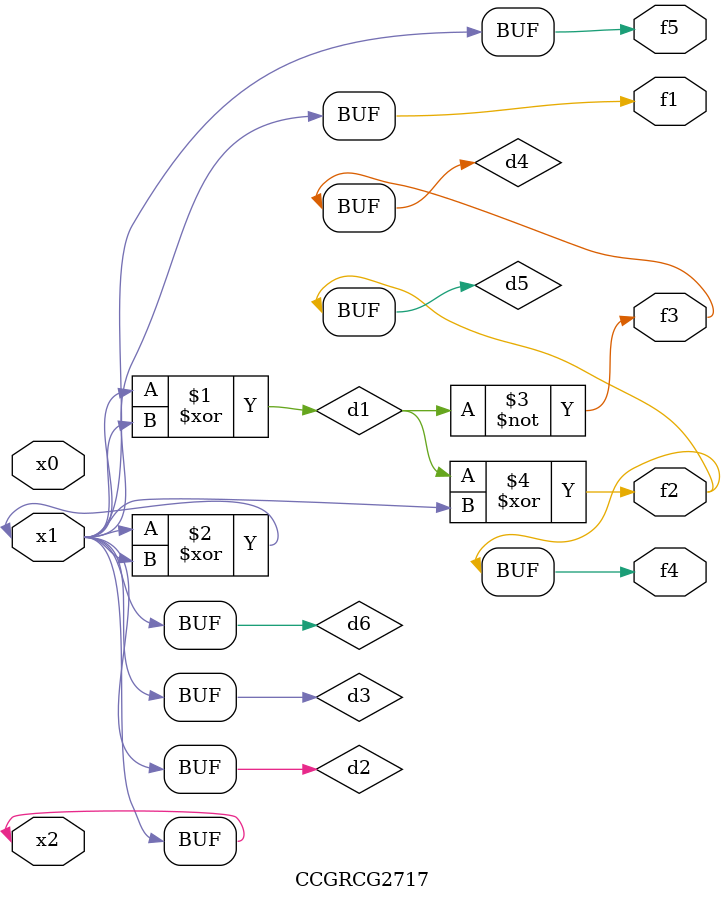
<source format=v>
module CCGRCG2717(
	input x0, x1, x2,
	output f1, f2, f3, f4, f5
);

	wire d1, d2, d3, d4, d5, d6;

	xor (d1, x1, x2);
	buf (d2, x1, x2);
	xor (d3, x1, x2);
	nor (d4, d1);
	xor (d5, d1, d2);
	buf (d6, d2, d3);
	assign f1 = d6;
	assign f2 = d5;
	assign f3 = d4;
	assign f4 = d5;
	assign f5 = d6;
endmodule

</source>
